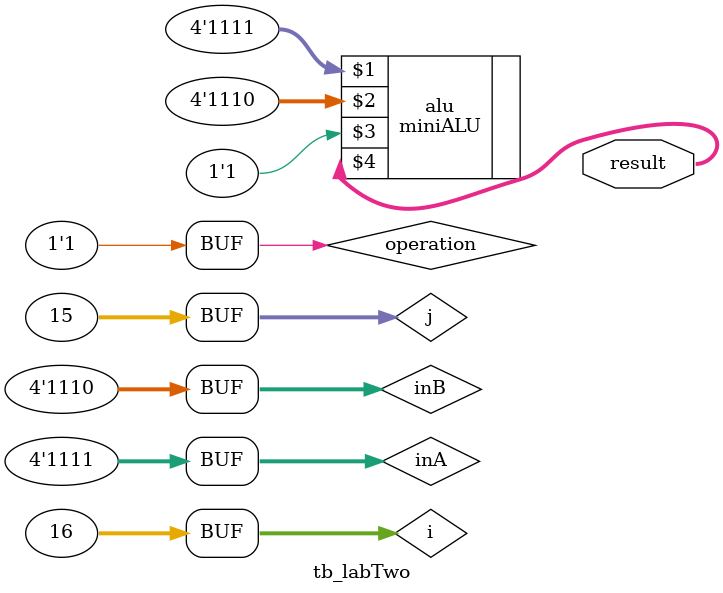
<source format=sv>
`timescale 1ns/1ns

module tb_labTwo(output [19:0] result);
	//This testbench should encapsulate miniALU since you will only use this testbench to test miniALU
	reg [3:0] inA, inB;
	reg operation;
	integer i, j, k; //these are for the for loop to know how many iterations to go through. Integers are essentially 32 bit signed regs.

	//instantiate your miniALU with the inputs/outputs from above.
	
	miniALU alu(inA, inB, operation, result);

	initial begin
		 for(i = 0; i < 16; i = i+1) begin //Looping through all possible inA values (4 bit values -> 0 through 15)
			  inA = i;
			  /*
			  --------TO DO--------
			  1. You should loop through all possible 4 bit values using j.
					2. Within the for loop, in each iteration you should:
						 3. Have a 5ns delay before doing anything 
						 4. Set inB to j and the operation to 0
						 5. Have another 5ns delay
						 6. set operation to 1
			  --------TO DO--------
			  */
			  for(j = 0; j < 15; j = j+1) begin
					#5;
					inB = j;
					operation = 0;
					#5;
					operation = 1;
			  end
		 end
	end

endmodule
</source>
